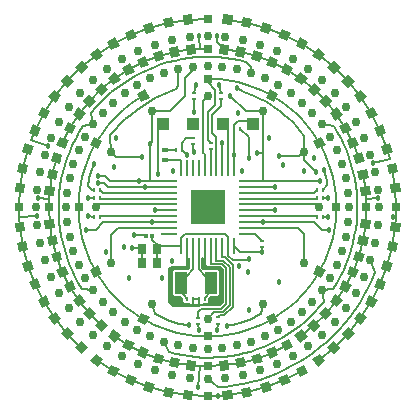
<source format=gbl>
G75*
G70*
%OFA0B0*%
%FSLAX24Y24*%
%IPPOS*%
%LPD*%
%AMOC8*
5,1,8,0,0,1.08239X$1,22.5*
%
%ADD10C,0.0300*%
%ADD11R,0.0315X0.0315*%
%ADD12R,0.0315X0.0315*%
%ADD13R,0.0430X0.0750*%
%ADD14R,0.0110X0.0169*%
%ADD15R,0.0169X0.0110*%
%ADD16R,0.0098X0.0138*%
%ADD17R,0.0138X0.0098*%
%ADD18R,0.0394X0.0394*%
%ADD19R,0.0197X0.0157*%
%ADD20R,0.0276X0.0354*%
%ADD21R,0.0118X0.0157*%
%ADD22R,0.0091X0.0551*%
%ADD23R,0.0551X0.0091*%
%ADD24R,0.1142X0.1142*%
%ADD25C,0.0240*%
%ADD26C,0.0060*%
%ADD27C,0.0180*%
D10*
X004489Y004689D03*
X004911Y004267D03*
X005375Y003891D03*
X005876Y003566D03*
X006408Y003295D03*
X006965Y003081D03*
X007542Y002926D03*
X008132Y002833D03*
X008728Y002802D03*
X009324Y002833D03*
X009914Y002926D03*
X010491Y003081D03*
X011049Y003295D03*
X011581Y003566D03*
X012081Y003891D03*
X012545Y004267D03*
X012968Y004689D03*
X013343Y005153D03*
X013669Y005654D03*
X013940Y006186D03*
X014154Y006744D03*
X014308Y007320D03*
X014402Y007910D03*
X014433Y008506D03*
X014402Y009103D03*
X014308Y009693D03*
X014154Y010269D03*
X013940Y010827D03*
X013669Y011359D03*
X013343Y011860D03*
X012968Y012324D03*
X012545Y012746D03*
X012081Y013122D03*
X011581Y013447D03*
X011049Y013718D03*
X010491Y013932D03*
X009914Y014086D03*
X009324Y014180D03*
X008728Y014211D03*
X008132Y014180D03*
X007542Y014086D03*
X006965Y013932D03*
X006408Y013718D03*
X005876Y013447D03*
X005375Y013122D03*
X004911Y012746D03*
X004489Y012324D03*
X004113Y011860D03*
X003788Y011359D03*
X003517Y010827D03*
X003303Y010269D03*
X003148Y009693D03*
X003055Y009103D03*
X003023Y008506D03*
X003055Y007910D03*
X003148Y007320D03*
X003303Y006744D03*
X003517Y006186D03*
X003788Y005654D03*
X004113Y005153D03*
X004922Y005741D03*
X004654Y006154D03*
X004430Y006593D03*
X004254Y007053D03*
X004126Y007528D03*
X004049Y008015D03*
X004023Y008506D03*
X004049Y008998D03*
X004126Y009485D03*
X004254Y009960D03*
X004430Y010420D03*
X004654Y010859D03*
X004922Y011272D03*
X005232Y011655D03*
X005580Y012003D03*
X005963Y012313D03*
X006376Y012581D03*
X006815Y012804D03*
X007274Y012981D03*
X007750Y013108D03*
X008236Y013185D03*
X008728Y013211D03*
X009220Y013185D03*
X009706Y013108D03*
X010182Y012981D03*
X010642Y012804D03*
X011081Y012581D03*
X011494Y012313D03*
X011876Y012003D03*
X012224Y011655D03*
X012534Y011272D03*
X012803Y010859D03*
X013026Y010420D03*
X013203Y009960D03*
X013330Y009485D03*
X013407Y008998D03*
X013433Y008506D03*
X013407Y008015D03*
X013330Y007528D03*
X013203Y007053D03*
X013026Y006593D03*
X012803Y006154D03*
X012534Y005741D03*
X012224Y005358D03*
X011876Y005010D03*
X011494Y004700D03*
X011081Y004432D03*
X010642Y004208D03*
X010182Y004032D03*
X009706Y003905D03*
X009220Y003827D03*
X008728Y003802D03*
X008236Y003827D03*
X007750Y003905D03*
X007274Y004032D03*
X006815Y004208D03*
X006376Y004432D03*
X005963Y004700D03*
X005580Y005010D03*
X005232Y005358D03*
X005520Y006654D03*
X006876Y005298D03*
X008728Y004802D03*
X010581Y005298D03*
X011937Y006654D03*
X012433Y008506D03*
X011937Y010359D03*
X010581Y011715D03*
X008728Y012211D03*
X006876Y011715D03*
X005520Y010359D03*
X005023Y008506D03*
D11*
X004433Y008506D03*
X003433Y008506D03*
X002433Y008506D03*
X008728Y004211D03*
X008728Y003211D03*
X008728Y002211D03*
X013023Y008506D03*
X014023Y008506D03*
X015023Y008506D03*
X008728Y012802D03*
X008728Y013802D03*
X008728Y014802D03*
D12*
G36*
X004039Y004073D02*
X003829Y004305D01*
X004061Y004515D01*
X004271Y004283D01*
X004039Y004073D01*
G37*
G36*
X004527Y003607D02*
X004295Y003817D01*
X004505Y004049D01*
X004737Y003839D01*
X004527Y003607D01*
G37*
G36*
X005062Y003194D02*
X004809Y003379D01*
X004994Y003632D01*
X005247Y003447D01*
X005062Y003194D01*
G37*
G36*
X005638Y002841D02*
X005367Y002998D01*
X005524Y003269D01*
X005795Y003112D01*
X005638Y002841D01*
G37*
G36*
X006247Y002548D02*
X005961Y002676D01*
X006089Y002962D01*
X006375Y002834D01*
X006247Y002548D01*
G37*
G36*
X006883Y002322D02*
X006586Y002419D01*
X006683Y002716D01*
X006980Y002619D01*
X006883Y002322D01*
G37*
G36*
X007539Y002163D02*
X007233Y002229D01*
X007299Y002535D01*
X007605Y002469D01*
X007539Y002163D01*
G37*
G36*
X008209Y002074D02*
X007898Y002107D01*
X007931Y002418D01*
X008242Y002385D01*
X008209Y002074D01*
G37*
G36*
X008314Y003068D02*
X008003Y003101D01*
X008036Y003412D01*
X008347Y003379D01*
X008314Y003068D01*
G37*
G36*
X007747Y003141D02*
X007441Y003207D01*
X007507Y003513D01*
X007813Y003447D01*
X007747Y003141D01*
G37*
G36*
X007192Y003273D02*
X006895Y003370D01*
X006992Y003667D01*
X007289Y003570D01*
X007192Y003273D01*
G37*
G36*
X006653Y003462D02*
X006367Y003590D01*
X006495Y003876D01*
X006781Y003748D01*
X006653Y003462D01*
G37*
G36*
X006138Y003707D02*
X005867Y003864D01*
X006024Y004135D01*
X006295Y003978D01*
X006138Y003707D01*
G37*
G36*
X005650Y004003D02*
X005397Y004188D01*
X005582Y004441D01*
X005835Y004256D01*
X005650Y004003D01*
G37*
G36*
X005196Y004350D02*
X004964Y004560D01*
X005174Y004792D01*
X005406Y004582D01*
X005196Y004350D01*
G37*
G36*
X004782Y004742D02*
X004572Y004974D01*
X004804Y005184D01*
X005014Y004952D01*
X004782Y004742D01*
G37*
G36*
X004410Y005175D02*
X004225Y005428D01*
X004478Y005613D01*
X004663Y005360D01*
X004410Y005175D01*
G37*
G36*
X004085Y005645D02*
X003928Y005916D01*
X004199Y006073D01*
X004356Y005802D01*
X004085Y005645D01*
G37*
G36*
X003812Y006146D02*
X003684Y006432D01*
X003970Y006560D01*
X004098Y006274D01*
X003812Y006146D01*
G37*
G36*
X003592Y006673D02*
X003495Y006970D01*
X003792Y007067D01*
X003889Y006770D01*
X003592Y006673D01*
G37*
G36*
X002898Y005739D02*
X002770Y006025D01*
X003056Y006153D01*
X003184Y005867D01*
X002898Y005739D01*
G37*
G36*
X003219Y005145D02*
X003062Y005416D01*
X003333Y005573D01*
X003490Y005302D01*
X003219Y005145D01*
G37*
G36*
X003601Y004587D02*
X003416Y004840D01*
X003669Y005025D01*
X003854Y004772D01*
X003601Y004587D01*
G37*
G36*
X004951Y006145D02*
X004794Y006416D01*
X005065Y006573D01*
X005222Y006302D01*
X004951Y006145D01*
G37*
G36*
X003429Y007219D02*
X003363Y007525D01*
X003669Y007591D01*
X003735Y007285D01*
X003429Y007219D01*
G37*
G36*
X003323Y007781D02*
X003290Y008092D01*
X003601Y008125D01*
X003634Y007814D01*
X003323Y007781D01*
G37*
G36*
X002328Y007676D02*
X002295Y007987D01*
X002606Y008020D01*
X002639Y007709D01*
X002328Y007676D01*
G37*
G36*
X002450Y007012D02*
X002384Y007318D01*
X002690Y007384D01*
X002756Y007078D01*
X002450Y007012D01*
G37*
G36*
X002641Y006364D02*
X002544Y006661D01*
X002841Y006758D01*
X002938Y006461D01*
X002641Y006364D01*
G37*
G36*
X003290Y008921D02*
X003323Y009232D01*
X003634Y009199D01*
X003601Y008888D01*
X003290Y008921D01*
G37*
G36*
X003363Y009487D02*
X003429Y009793D01*
X003735Y009727D01*
X003669Y009421D01*
X003363Y009487D01*
G37*
G36*
X003495Y010043D02*
X003592Y010340D01*
X003889Y010243D01*
X003792Y009946D01*
X003495Y010043D01*
G37*
G36*
X003684Y010581D02*
X003812Y010867D01*
X004098Y010739D01*
X003970Y010453D01*
X003684Y010581D01*
G37*
G36*
X003928Y011097D02*
X004085Y011368D01*
X004356Y011211D01*
X004199Y010940D01*
X003928Y011097D01*
G37*
G36*
X004225Y011585D02*
X004410Y011838D01*
X004663Y011653D01*
X004478Y011400D01*
X004225Y011585D01*
G37*
G36*
X004572Y012039D02*
X004782Y012271D01*
X005014Y012061D01*
X004804Y011829D01*
X004572Y012039D01*
G37*
G36*
X004964Y012453D02*
X005196Y012663D01*
X005406Y012431D01*
X005174Y012221D01*
X004964Y012453D01*
G37*
G36*
X005397Y012824D02*
X005650Y013009D01*
X005835Y012756D01*
X005582Y012571D01*
X005397Y012824D01*
G37*
G36*
X005867Y013149D02*
X006138Y013306D01*
X006295Y013035D01*
X006024Y012878D01*
X005867Y013149D01*
G37*
G36*
X006367Y013423D02*
X006653Y013551D01*
X006781Y013265D01*
X006495Y013137D01*
X006367Y013423D01*
G37*
G36*
X005367Y014015D02*
X005638Y014172D01*
X005795Y013901D01*
X005524Y013744D01*
X005367Y014015D01*
G37*
G36*
X004809Y013633D02*
X005062Y013818D01*
X005247Y013565D01*
X004994Y013380D01*
X004809Y013633D01*
G37*
G36*
X004295Y013196D02*
X004527Y013406D01*
X004737Y013174D01*
X004505Y012964D01*
X004295Y013196D01*
G37*
G36*
X003829Y012708D02*
X004039Y012940D01*
X004271Y012730D01*
X004061Y012498D01*
X003829Y012708D01*
G37*
G36*
X003416Y012173D02*
X003601Y012426D01*
X003854Y012241D01*
X003669Y011988D01*
X003416Y012173D01*
G37*
G36*
X003062Y011597D02*
X003219Y011868D01*
X003490Y011711D01*
X003333Y011440D01*
X003062Y011597D01*
G37*
G36*
X002770Y010988D02*
X002898Y011274D01*
X003184Y011146D01*
X003056Y010860D01*
X002770Y010988D01*
G37*
G36*
X002544Y010352D02*
X002641Y010649D01*
X002938Y010552D01*
X002841Y010255D01*
X002544Y010352D01*
G37*
G36*
X002384Y009695D02*
X002450Y010001D01*
X002756Y009935D01*
X002690Y009629D01*
X002384Y009695D01*
G37*
G36*
X002295Y009025D02*
X002328Y009336D01*
X002639Y009303D01*
X002606Y008992D01*
X002295Y009025D01*
G37*
G36*
X004794Y010597D02*
X004951Y010868D01*
X005222Y010711D01*
X005065Y010440D01*
X004794Y010597D01*
G37*
G36*
X006367Y012283D02*
X006638Y012440D01*
X006795Y012169D01*
X006524Y012012D01*
X006367Y012283D01*
G37*
G36*
X006895Y013643D02*
X007192Y013740D01*
X007289Y013443D01*
X006992Y013346D01*
X006895Y013643D01*
G37*
G36*
X005961Y014336D02*
X006247Y014464D01*
X006375Y014178D01*
X006089Y014050D01*
X005961Y014336D01*
G37*
G36*
X006586Y014594D02*
X006883Y014691D01*
X006980Y014394D01*
X006683Y014297D01*
X006586Y014594D01*
G37*
G36*
X007233Y014784D02*
X007539Y014850D01*
X007605Y014544D01*
X007299Y014478D01*
X007233Y014784D01*
G37*
G36*
X007898Y014906D02*
X008209Y014939D01*
X008242Y014628D01*
X007931Y014595D01*
X007898Y014906D01*
G37*
G36*
X008003Y013912D02*
X008314Y013945D01*
X008347Y013634D01*
X008036Y013601D01*
X008003Y013912D01*
G37*
G36*
X007441Y013806D02*
X007747Y013872D01*
X007813Y013566D01*
X007507Y013500D01*
X007441Y013806D01*
G37*
G36*
X009143Y013945D02*
X009454Y013912D01*
X009421Y013601D01*
X009110Y013634D01*
X009143Y013945D01*
G37*
G36*
X009709Y013872D02*
X010015Y013806D01*
X009949Y013500D01*
X009643Y013566D01*
X009709Y013872D01*
G37*
G36*
X010264Y013740D02*
X010561Y013643D01*
X010464Y013346D01*
X010167Y013443D01*
X010264Y013740D01*
G37*
G36*
X010803Y013551D02*
X011089Y013423D01*
X010961Y013137D01*
X010675Y013265D01*
X010803Y013551D01*
G37*
G36*
X011319Y013306D02*
X011590Y013149D01*
X011433Y012878D01*
X011162Y013035D01*
X011319Y013306D01*
G37*
G36*
X011807Y013009D02*
X012060Y012824D01*
X011875Y012571D01*
X011622Y012756D01*
X011807Y013009D01*
G37*
G36*
X012260Y012663D02*
X012492Y012453D01*
X012282Y012221D01*
X012050Y012431D01*
X012260Y012663D01*
G37*
G36*
X012674Y012271D02*
X012884Y012039D01*
X012652Y011829D01*
X012442Y012061D01*
X012674Y012271D01*
G37*
G36*
X013046Y011838D02*
X013231Y011585D01*
X012978Y011400D01*
X012793Y011653D01*
X013046Y011838D01*
G37*
G36*
X013371Y011368D02*
X013528Y011097D01*
X013257Y010940D01*
X013100Y011211D01*
X013371Y011368D01*
G37*
G36*
X013645Y010867D02*
X013773Y010581D01*
X013487Y010453D01*
X013359Y010739D01*
X013645Y010867D01*
G37*
G36*
X013864Y010340D02*
X013961Y010043D01*
X013664Y009946D01*
X013567Y010243D01*
X013864Y010340D01*
G37*
G36*
X014558Y011274D02*
X014686Y010988D01*
X014400Y010860D01*
X014272Y011146D01*
X014558Y011274D01*
G37*
G36*
X014237Y011868D02*
X014394Y011597D01*
X014123Y011440D01*
X013966Y011711D01*
X014237Y011868D01*
G37*
G36*
X013855Y012426D02*
X014040Y012173D01*
X013787Y011988D01*
X013602Y012241D01*
X013855Y012426D01*
G37*
G36*
X013417Y012940D02*
X013627Y012708D01*
X013395Y012498D01*
X013185Y012730D01*
X013417Y012940D01*
G37*
G36*
X012930Y013406D02*
X013162Y013196D01*
X012952Y012964D01*
X012720Y013174D01*
X012930Y013406D01*
G37*
G36*
X012394Y013818D02*
X012647Y013633D01*
X012462Y013380D01*
X012209Y013565D01*
X012394Y013818D01*
G37*
G36*
X011819Y014172D02*
X012090Y014015D01*
X011933Y013744D01*
X011662Y013901D01*
X011819Y014172D01*
G37*
G36*
X011210Y014464D02*
X011496Y014336D01*
X011368Y014050D01*
X011082Y014178D01*
X011210Y014464D01*
G37*
G36*
X010574Y014691D02*
X010871Y014594D01*
X010774Y014297D01*
X010477Y014394D01*
X010574Y014691D01*
G37*
G36*
X009917Y014850D02*
X010223Y014784D01*
X010157Y014478D01*
X009851Y014544D01*
X009917Y014850D01*
G37*
G36*
X009247Y014939D02*
X009558Y014906D01*
X009525Y014595D01*
X009214Y014628D01*
X009247Y014939D01*
G37*
G36*
X010819Y012440D02*
X011090Y012283D01*
X010933Y012012D01*
X010662Y012169D01*
X010819Y012440D01*
G37*
G36*
X012505Y010868D02*
X012662Y010597D01*
X012391Y010440D01*
X012234Y010711D01*
X012505Y010868D01*
G37*
G36*
X014028Y009793D02*
X014094Y009487D01*
X013788Y009421D01*
X013722Y009727D01*
X014028Y009793D01*
G37*
G36*
X014815Y010649D02*
X014912Y010352D01*
X014615Y010255D01*
X014518Y010552D01*
X014815Y010649D01*
G37*
G36*
X015006Y010001D02*
X015072Y009695D01*
X014766Y009629D01*
X014700Y009935D01*
X015006Y010001D01*
G37*
G36*
X015128Y009336D02*
X015161Y009025D01*
X014850Y008992D01*
X014817Y009303D01*
X015128Y009336D01*
G37*
G36*
X014133Y009232D02*
X014166Y008921D01*
X013855Y008888D01*
X013822Y009199D01*
X014133Y009232D01*
G37*
G36*
X014166Y008092D02*
X014133Y007781D01*
X013822Y007814D01*
X013855Y008125D01*
X014166Y008092D01*
G37*
G36*
X014094Y007525D02*
X014028Y007219D01*
X013722Y007285D01*
X013788Y007591D01*
X014094Y007525D01*
G37*
G36*
X013961Y006970D02*
X013864Y006673D01*
X013567Y006770D01*
X013664Y007067D01*
X013961Y006970D01*
G37*
G36*
X013773Y006432D02*
X013645Y006146D01*
X013359Y006274D01*
X013487Y006560D01*
X013773Y006432D01*
G37*
G36*
X013528Y005916D02*
X013371Y005645D01*
X013100Y005802D01*
X013257Y006073D01*
X013528Y005916D01*
G37*
G36*
X013231Y005428D02*
X013046Y005175D01*
X012793Y005360D01*
X012978Y005613D01*
X013231Y005428D01*
G37*
G36*
X012884Y004974D02*
X012674Y004742D01*
X012442Y004952D01*
X012652Y005184D01*
X012884Y004974D01*
G37*
G36*
X012492Y004560D02*
X012260Y004350D01*
X012050Y004582D01*
X012282Y004792D01*
X012492Y004560D01*
G37*
G36*
X012060Y004188D02*
X011807Y004003D01*
X011622Y004256D01*
X011875Y004441D01*
X012060Y004188D01*
G37*
G36*
X011590Y003864D02*
X011319Y003707D01*
X011162Y003978D01*
X011433Y004135D01*
X011590Y003864D01*
G37*
G36*
X011089Y003590D02*
X010803Y003462D01*
X010675Y003748D01*
X010961Y003876D01*
X011089Y003590D01*
G37*
G36*
X010561Y003370D02*
X010264Y003273D01*
X010167Y003570D01*
X010464Y003667D01*
X010561Y003370D01*
G37*
G36*
X010015Y003207D02*
X009709Y003141D01*
X009643Y003447D01*
X009949Y003513D01*
X010015Y003207D01*
G37*
G36*
X010871Y002419D02*
X010574Y002322D01*
X010477Y002619D01*
X010774Y002716D01*
X010871Y002419D01*
G37*
G36*
X011496Y002676D02*
X011210Y002548D01*
X011082Y002834D01*
X011368Y002962D01*
X011496Y002676D01*
G37*
G36*
X012090Y002998D02*
X011819Y002841D01*
X011662Y003112D01*
X011933Y003269D01*
X012090Y002998D01*
G37*
G36*
X012647Y003379D02*
X012394Y003194D01*
X012209Y003447D01*
X012462Y003632D01*
X012647Y003379D01*
G37*
G36*
X013162Y003817D02*
X012930Y003607D01*
X012720Y003839D01*
X012952Y004049D01*
X013162Y003817D01*
G37*
G36*
X013627Y004305D02*
X013417Y004073D01*
X013185Y004283D01*
X013395Y004515D01*
X013627Y004305D01*
G37*
G36*
X014040Y004840D02*
X013855Y004587D01*
X013602Y004772D01*
X013787Y005025D01*
X014040Y004840D01*
G37*
G36*
X014394Y005416D02*
X014237Y005145D01*
X013966Y005302D01*
X014123Y005573D01*
X014394Y005416D01*
G37*
G36*
X014686Y006025D02*
X014558Y005739D01*
X014272Y005867D01*
X014400Y006153D01*
X014686Y006025D01*
G37*
G36*
X014912Y006661D02*
X014815Y006364D01*
X014518Y006461D01*
X014615Y006758D01*
X014912Y006661D01*
G37*
G36*
X015072Y007318D02*
X015006Y007012D01*
X014700Y007078D01*
X014766Y007384D01*
X015072Y007318D01*
G37*
G36*
X015161Y007987D02*
X015128Y007676D01*
X014817Y007709D01*
X014850Y008020D01*
X015161Y007987D01*
G37*
G36*
X012662Y006416D02*
X012505Y006145D01*
X012234Y006302D01*
X012391Y006573D01*
X012662Y006416D01*
G37*
G36*
X011090Y004730D02*
X010819Y004573D01*
X010662Y004844D01*
X010933Y005001D01*
X011090Y004730D01*
G37*
G36*
X009454Y003101D02*
X009143Y003068D01*
X009110Y003379D01*
X009421Y003412D01*
X009454Y003101D01*
G37*
G36*
X010223Y002229D02*
X009917Y002163D01*
X009851Y002469D01*
X010157Y002535D01*
X010223Y002229D01*
G37*
G36*
X009558Y002107D02*
X009247Y002074D01*
X009214Y002385D01*
X009525Y002418D01*
X009558Y002107D01*
G37*
G36*
X006638Y004573D02*
X006367Y004730D01*
X006524Y005001D01*
X006795Y004844D01*
X006638Y004573D01*
G37*
D13*
X007848Y005986D03*
X008828Y005986D03*
D14*
X012358Y008186D03*
X012559Y008186D03*
X012559Y008826D03*
X012358Y008826D03*
X012358Y009086D03*
X012559Y009086D03*
X009819Y011136D03*
X009618Y011136D03*
X007869Y010406D03*
X007668Y010406D03*
X005139Y009086D03*
X004938Y009086D03*
X004938Y008826D03*
X005139Y008826D03*
X005139Y008186D03*
X004938Y008186D03*
D15*
X008398Y004827D03*
X008398Y004626D03*
X009058Y004636D03*
X009058Y004837D03*
X008828Y010456D03*
X008828Y010657D03*
X009178Y012126D03*
X009178Y012327D03*
X008288Y012327D03*
X008288Y012126D03*
D16*
X008227Y005456D03*
X008030Y005456D03*
X008450Y005456D03*
X008647Y005456D03*
D17*
X010528Y007198D03*
X010528Y007395D03*
X008248Y010608D03*
X008248Y010805D03*
D18*
X008228Y011296D03*
X007228Y011296D03*
X009228Y011296D03*
X010228Y011296D03*
D19*
X007318Y010404D03*
X007318Y010089D03*
D20*
X007044Y007136D03*
X007044Y006646D03*
X006532Y006646D03*
X006532Y007136D03*
D21*
X006690Y007566D03*
X006887Y007566D03*
D22*
X007842Y007207D03*
X008039Y007207D03*
X008236Y007207D03*
X008433Y007207D03*
X008630Y007207D03*
X008827Y007207D03*
X009023Y007207D03*
X009220Y007207D03*
X009417Y007207D03*
X009614Y007207D03*
X009614Y009806D03*
X009417Y009806D03*
X009220Y009806D03*
X009023Y009806D03*
X008827Y009806D03*
X008630Y009806D03*
X008433Y009806D03*
X008236Y009806D03*
X008039Y009806D03*
X007842Y009806D03*
D23*
X007429Y009392D03*
X007429Y009195D03*
X007429Y008999D03*
X007429Y008802D03*
X007429Y008605D03*
X007429Y008408D03*
X007429Y008211D03*
X007429Y008014D03*
X007429Y007817D03*
X007429Y007621D03*
X010027Y007621D03*
X010027Y007817D03*
X010027Y008014D03*
X010027Y008211D03*
X010027Y008408D03*
X010027Y008605D03*
X010027Y008802D03*
X010027Y008999D03*
X010027Y009195D03*
X010027Y009392D03*
D24*
X008728Y008506D03*
D25*
X008728Y008506D03*
X008334Y008506D03*
X008334Y008900D03*
X008728Y008900D03*
X009122Y008900D03*
X009122Y008506D03*
X009122Y008113D03*
X008728Y008113D03*
X008334Y008113D03*
D26*
X007449Y003687D02*
X007671Y003629D01*
X007896Y003581D01*
X008123Y003544D01*
X008352Y003518D01*
X008581Y003503D01*
X008811Y003499D01*
X009041Y003506D01*
X009270Y003524D01*
X009499Y003552D01*
X009725Y003592D01*
X009950Y003642D01*
X010171Y003703D01*
X010390Y003774D01*
X010605Y003856D01*
X010816Y003948D01*
X011022Y004049D01*
X011223Y004161D01*
X011419Y004282D01*
X011609Y004412D01*
X011792Y004551D01*
X011969Y004698D01*
X012138Y004854D01*
X012300Y005017D01*
X012453Y005189D01*
X012599Y005367D01*
X012598Y005366D02*
X012534Y005741D01*
X012918Y005786D01*
X013314Y005859D02*
X013012Y005394D01*
X012663Y004963D01*
X012271Y004571D01*
X011841Y004223D01*
X011376Y003921D02*
X010882Y003669D01*
X010364Y003470D01*
X009829Y003327D01*
X009282Y003240D01*
X008728Y003211D01*
X008458Y003225D01*
X008418Y002506D01*
X008728Y002211D02*
X008070Y002246D01*
X007419Y002349D01*
X006783Y002519D01*
X006168Y002755D01*
X005581Y003055D01*
X005028Y003414D01*
X004516Y003828D02*
X004050Y004294D01*
X003635Y004806D01*
X003276Y005359D01*
X002977Y005946D01*
X002741Y006561D01*
X002570Y007198D01*
X002467Y007848D01*
X002448Y008176D01*
X003028Y008206D01*
X003462Y007953D02*
X003433Y008506D01*
X003448Y008786D01*
X003058Y008806D01*
X003448Y008786D02*
X003462Y009060D01*
X003549Y009607D01*
X003692Y010143D01*
X003408Y010546D02*
X002828Y010766D01*
X002977Y011067D01*
X003276Y011654D01*
X003635Y012207D01*
X004050Y012719D01*
X004516Y013185D01*
X005028Y013599D01*
X005581Y013958D01*
X006168Y014257D01*
X006783Y014494D01*
X007419Y014664D01*
X008070Y014767D01*
X008728Y014802D01*
X008428Y014216D02*
X008459Y013788D01*
X008728Y013802D01*
X008459Y013788D02*
X008175Y013773D01*
X007627Y013686D01*
X007092Y013543D01*
X006574Y013344D01*
X006081Y013092D01*
X005616Y012790D01*
X005185Y012442D01*
X004793Y012050D01*
X004444Y011619D01*
X004142Y011154D01*
X003891Y010660D01*
X004568Y011206D02*
X004922Y011272D01*
X004848Y011666D01*
X005480Y010908D02*
X005520Y010359D01*
X005682Y010196D01*
X006548Y010196D01*
X006798Y010616D02*
X006876Y010694D01*
X006876Y011715D01*
X007477Y011715D01*
X007988Y012226D01*
X007988Y012826D01*
X008236Y013075D01*
X008236Y013185D01*
X007750Y013108D02*
X007750Y013008D01*
X007750Y013108D02*
X007750Y012538D01*
X007658Y012446D01*
X008288Y012327D02*
X008348Y012576D01*
X008728Y012692D02*
X008728Y012802D01*
X008728Y012692D02*
X008988Y012432D01*
X008988Y011936D01*
X008828Y011786D01*
X008738Y011696D01*
X008738Y010747D01*
X008828Y010657D01*
X008828Y010456D02*
X008828Y009807D01*
X009023Y009806D02*
X009023Y010841D01*
X008888Y010976D01*
X008888Y011596D01*
X009178Y011886D01*
X009178Y012126D01*
X009178Y012327D02*
X009118Y012586D01*
X009478Y012236D02*
X010000Y011715D01*
X010581Y011715D01*
X010581Y010316D01*
X010358Y010316D01*
X010581Y010316D02*
X010581Y009391D01*
X010027Y009391D01*
X010027Y009392D01*
X010027Y009196D02*
X010027Y009195D01*
X010027Y009196D02*
X010968Y009196D01*
X010608Y009391D02*
X010581Y009391D01*
X010608Y009391D02*
X012458Y009386D01*
X012718Y009266D02*
X012718Y009246D01*
X012559Y009086D01*
X012358Y009086D02*
X012270Y008999D01*
X010027Y008999D01*
X012599Y009756D02*
X012637Y009636D01*
X012670Y009514D01*
X012697Y009391D01*
X012719Y009266D01*
X012728Y008826D02*
X012559Y008826D01*
X012358Y008826D02*
X012333Y008802D01*
X010027Y008802D01*
X010027Y008605D02*
X012334Y008605D01*
X012433Y008506D01*
X012333Y008211D02*
X012358Y008186D01*
X012333Y008211D02*
X010027Y008211D01*
X010040Y008026D02*
X010027Y008014D01*
X010040Y008026D02*
X010578Y008026D01*
X012268Y008026D01*
X012528Y007766D01*
X012758Y007766D01*
X012728Y008186D02*
X012559Y008186D01*
X011937Y007618D02*
X011738Y007816D01*
X010028Y007816D01*
X010027Y007621D02*
X010302Y007621D01*
X010528Y007395D01*
X010528Y007198D02*
X010528Y007006D01*
X009815Y007006D01*
X009614Y007207D01*
X009418Y007208D02*
X009417Y007207D01*
X009417Y006897D01*
X009568Y006746D01*
X010058Y006746D01*
X010098Y006786D01*
X009568Y006576D02*
X009568Y005196D01*
X009278Y004906D01*
X009128Y004906D01*
X009058Y004837D01*
X009058Y004636D02*
X009028Y004436D01*
X008728Y004802D02*
X008943Y005016D01*
X009228Y005016D01*
X009458Y005246D01*
X009458Y006526D01*
X009248Y006736D01*
X009023Y006736D01*
X009023Y007207D01*
X008827Y007207D02*
X008827Y006626D01*
X008828Y006626D01*
X009198Y006626D01*
X009348Y006476D01*
X009348Y005296D01*
X009178Y005126D01*
X008508Y005126D01*
X008398Y005016D01*
X008398Y004827D01*
X008398Y004626D02*
X008428Y004436D01*
X008238Y003829D02*
X008236Y003828D01*
X008175Y003240D02*
X007627Y003327D01*
X007092Y003470D01*
X006574Y003669D01*
X006081Y003921D01*
X005616Y004223D01*
X005185Y004571D02*
X004793Y004963D01*
X004444Y005394D01*
X004142Y005859D01*
X003891Y006353D01*
X003692Y006870D01*
X003549Y007406D01*
X003462Y007953D01*
X002448Y008176D02*
X002433Y008506D01*
X002467Y009164D01*
X002570Y009815D01*
X002741Y010452D01*
X004738Y009206D02*
X004858Y009086D01*
X004938Y009086D01*
X005139Y009086D02*
X005226Y008999D01*
X007429Y008999D01*
X007428Y009196D02*
X006648Y009196D01*
X006588Y009196D01*
X006648Y009196D02*
X005418Y009196D01*
X005288Y009326D01*
X005068Y009326D01*
X005068Y009566D02*
X005298Y009566D01*
X005468Y009396D01*
X006428Y009396D01*
X006788Y009396D01*
X006798Y009406D01*
X006798Y010616D01*
X007318Y010404D02*
X007665Y010404D01*
X007668Y010406D01*
X007868Y010407D02*
X007869Y010406D01*
X007898Y010406D01*
X007898Y010396D01*
X008038Y010256D01*
X007868Y010407D02*
X007868Y010656D01*
X008017Y010805D01*
X008248Y010805D01*
X008248Y010608D02*
X008248Y010396D01*
X008288Y010356D01*
X008578Y010336D02*
X008630Y010285D01*
X008630Y009806D01*
X008578Y010336D02*
X008578Y012061D01*
X008728Y012211D01*
X008288Y012126D02*
X008288Y011686D01*
X009228Y011296D02*
X009418Y011106D01*
X009418Y009807D01*
X009220Y009806D02*
X009220Y010649D01*
X009608Y010256D02*
X009608Y011127D01*
X009618Y011136D01*
X009618Y011266D01*
X009738Y011386D01*
X010138Y011386D01*
X010228Y011296D01*
X009819Y011136D02*
X010098Y010857D01*
X010098Y010146D01*
X009618Y010046D02*
X009618Y009810D01*
X009618Y010046D02*
X009608Y010056D01*
X009608Y010256D01*
X011108Y010206D02*
X011784Y010206D01*
X011937Y010359D01*
X011937Y010088D01*
X012338Y009686D01*
X011937Y010359D02*
X011937Y010895D01*
X011938Y010896D01*
X012534Y011272D02*
X012928Y011226D01*
X013314Y011154D02*
X013012Y011619D01*
X012663Y012050D01*
X012271Y012442D01*
X011841Y012790D01*
X011376Y013092D01*
X010882Y013344D01*
X010364Y013543D01*
X009829Y013686D01*
X009282Y013773D01*
X009028Y014026D01*
X009028Y014206D01*
X009386Y014767D02*
X010037Y014664D01*
X010674Y014494D01*
X011289Y014257D01*
X011876Y013958D01*
X012428Y013599D01*
X012941Y013185D01*
X013406Y012719D01*
X013821Y012207D01*
X014180Y011654D01*
X014479Y011067D01*
X014715Y010452D01*
X014798Y010136D01*
X014248Y009986D01*
X013764Y010143D02*
X013566Y010660D01*
X013314Y011154D01*
X014886Y009815D02*
X014989Y009164D01*
X015023Y008506D01*
X015006Y008176D01*
X014898Y008186D01*
X015006Y008176D02*
X014989Y007848D01*
X014886Y007198D01*
X014715Y006561D01*
X014479Y005946D01*
X014180Y005359D01*
X013821Y004806D01*
X013406Y004294D01*
X012941Y003828D01*
X012428Y003414D01*
X011876Y003055D02*
X011289Y002755D01*
X010674Y002519D01*
X010037Y002349D01*
X009386Y002246D01*
X009059Y002229D01*
X009058Y002226D01*
X009059Y002229D02*
X008728Y002211D01*
X009058Y002506D02*
X008728Y002802D01*
X008458Y003225D02*
X008175Y003240D01*
X007448Y003686D02*
X007274Y004032D01*
X006978Y004966D02*
X006876Y005298D01*
X007428Y005356D02*
X007428Y006466D01*
X007518Y006506D01*
X007998Y006506D01*
X008038Y006596D01*
X008038Y006802D01*
X008039Y006802D01*
X008039Y007206D01*
X008039Y007205D01*
X008039Y006802D01*
X008102Y006802D01*
X008116Y006806D01*
X008116Y006488D01*
X008085Y006451D01*
X007596Y006451D01*
X007543Y006399D01*
X007543Y005574D01*
X007596Y005521D01*
X007832Y005521D01*
X007891Y005443D01*
X007891Y005350D01*
X007943Y005298D01*
X008084Y005298D01*
X008098Y005284D01*
X008127Y005266D01*
X008160Y005258D01*
X008226Y005258D01*
X008226Y005456D01*
X008227Y005456D01*
X008227Y005258D01*
X008293Y005258D01*
X008326Y005266D01*
X008338Y005273D01*
X008350Y005266D01*
X008383Y005258D01*
X008450Y005258D01*
X008516Y005258D01*
X008549Y005266D01*
X008579Y005284D01*
X008593Y005298D01*
X008733Y005298D01*
X008786Y005350D01*
X008786Y005457D01*
X008824Y005521D01*
X009080Y005521D01*
X009133Y005574D01*
X009133Y006399D01*
X009228Y006399D01*
X009228Y006427D02*
X009228Y005346D01*
X009128Y005246D01*
X008558Y005246D01*
X008458Y005246D01*
X008449Y005236D01*
X007568Y005236D01*
X007428Y005356D01*
X007441Y005345D02*
X007896Y005345D01*
X007891Y005404D02*
X007428Y005404D01*
X007428Y005462D02*
X007876Y005462D01*
X007833Y005521D02*
X007428Y005521D01*
X007428Y005579D02*
X007543Y005579D01*
X007543Y005638D02*
X007428Y005638D01*
X007428Y005696D02*
X007543Y005696D01*
X007543Y005755D02*
X007428Y005755D01*
X007428Y005813D02*
X007543Y005813D01*
X007543Y005872D02*
X007428Y005872D01*
X007428Y005931D02*
X007543Y005931D01*
X007543Y005989D02*
X007428Y005989D01*
X007428Y006048D02*
X007543Y006048D01*
X007543Y006106D02*
X007428Y006106D01*
X007428Y006165D02*
X007543Y006165D01*
X007543Y006223D02*
X007428Y006223D01*
X007428Y006282D02*
X007543Y006282D01*
X007543Y006340D02*
X007428Y006340D01*
X007428Y006399D02*
X007543Y006399D01*
X007428Y006457D02*
X008090Y006457D01*
X008116Y006516D02*
X008002Y006516D01*
X008028Y006575D02*
X008116Y006575D01*
X008116Y006633D02*
X008038Y006633D01*
X008038Y006692D02*
X008116Y006692D01*
X008116Y006750D02*
X008038Y006750D01*
X008039Y006809D02*
X008039Y006809D01*
X008039Y006867D02*
X008039Y006867D01*
X008039Y006926D02*
X008039Y006926D01*
X008039Y006984D02*
X008039Y006984D01*
X008039Y007043D02*
X008039Y007043D01*
X008039Y007101D02*
X008039Y007101D01*
X008039Y007160D02*
X008039Y007160D01*
X007842Y007207D02*
X007842Y007501D01*
X007978Y007636D01*
X009298Y007636D01*
X009418Y007516D01*
X009418Y007208D01*
X009220Y007207D02*
X009220Y006846D01*
X009308Y006846D01*
X009568Y006576D01*
X009228Y006427D02*
X009149Y006506D01*
X008678Y006506D01*
X008628Y006606D01*
X008628Y006802D01*
X008567Y006802D01*
X008553Y006806D01*
X008553Y006496D01*
X008591Y006451D01*
X009080Y006451D01*
X009133Y006399D01*
X009133Y006340D02*
X009228Y006340D01*
X009228Y006282D02*
X009133Y006282D01*
X009133Y006223D02*
X009228Y006223D01*
X009228Y006165D02*
X009133Y006165D01*
X009133Y006106D02*
X009228Y006106D01*
X009228Y006048D02*
X009133Y006048D01*
X009133Y005989D02*
X009228Y005989D01*
X009228Y005931D02*
X009133Y005931D01*
X009133Y005872D02*
X009228Y005872D01*
X009228Y005813D02*
X009133Y005813D01*
X009133Y005755D02*
X009228Y005755D01*
X009228Y005696D02*
X009133Y005696D01*
X009133Y005638D02*
X009228Y005638D01*
X009228Y005579D02*
X009133Y005579D01*
X009228Y005521D02*
X008823Y005521D01*
X008789Y005462D02*
X009228Y005462D01*
X009228Y005404D02*
X008786Y005404D01*
X008781Y005345D02*
X009227Y005345D01*
X009169Y005287D02*
X008582Y005287D01*
X008450Y005287D02*
X008450Y005287D01*
X008450Y005258D02*
X008450Y005456D01*
X008450Y005456D01*
X008450Y005258D01*
X008450Y005345D02*
X008450Y005345D01*
X008450Y005404D02*
X008450Y005404D01*
X008449Y005456D02*
X008406Y005456D01*
X008227Y005456D01*
X008227Y005457D01*
X008406Y005457D01*
X008449Y005457D01*
X008449Y005456D01*
X008450Y005456D02*
X008227Y005456D01*
X008226Y005404D02*
X008227Y005404D01*
X008226Y005345D02*
X008227Y005345D01*
X008226Y005287D02*
X008227Y005287D01*
X008095Y005287D02*
X007510Y005287D01*
X007828Y005728D02*
X007848Y005986D01*
X008236Y006444D01*
X008236Y007207D01*
X008433Y007207D02*
X008433Y006452D01*
X008828Y005986D01*
X008808Y005733D01*
X008647Y005456D01*
X008030Y005456D02*
X007828Y005728D01*
X008585Y006457D02*
X009197Y006457D01*
X008828Y006626D02*
X008827Y006628D01*
X008673Y006516D02*
X008553Y006516D01*
X008553Y006575D02*
X008644Y006575D01*
X008628Y006633D02*
X008553Y006633D01*
X008553Y006692D02*
X008628Y006692D01*
X008628Y006696D02*
X008630Y006698D01*
X008630Y007207D01*
X008628Y006750D02*
X008553Y006750D01*
X008098Y004586D02*
X007990Y004596D01*
X007882Y004610D01*
X007775Y004630D01*
X007669Y004655D01*
X007565Y004685D01*
X007462Y004720D01*
X007360Y004760D01*
X007261Y004805D01*
X007164Y004854D01*
X007070Y004908D01*
X006978Y004966D01*
X007044Y006646D02*
X007044Y007136D01*
X007115Y007207D01*
X007842Y007207D01*
X007428Y007816D02*
X005738Y007816D01*
X005520Y007598D01*
X005520Y006654D01*
X006208Y007146D02*
X006522Y007146D01*
X006532Y007136D01*
X006532Y006646D01*
X007115Y007207D02*
X006887Y007436D01*
X006887Y007566D01*
X006690Y007566D02*
X006680Y007576D01*
X006278Y007576D01*
X006888Y008006D02*
X007421Y008006D01*
X007429Y008211D02*
X005163Y008211D01*
X005139Y008186D01*
X004938Y008186D02*
X004728Y008206D01*
X005023Y008506D02*
X005122Y008605D01*
X007429Y008605D01*
X007429Y008802D02*
X005173Y008802D01*
X005139Y008826D01*
X004938Y008826D02*
X004728Y008806D01*
X005238Y008006D02*
X006888Y008006D01*
X006958Y008406D02*
X006960Y008408D01*
X007429Y008408D01*
X004738Y009206D02*
X004749Y009303D01*
X004763Y009399D01*
X004782Y009495D01*
X004805Y009590D01*
X004833Y009684D01*
X004864Y009776D01*
X004899Y009867D01*
X004938Y009956D01*
X006788Y009396D02*
X007075Y009396D01*
X007078Y009393D01*
X007428Y009393D01*
X007429Y009392D01*
X007078Y009393D02*
X006878Y009393D01*
X006876Y009393D01*
X007078Y009636D02*
X007078Y011146D01*
X007228Y011296D01*
X007318Y010089D02*
X007842Y010089D01*
X007842Y009806D01*
X014319Y006357D02*
X014208Y006092D01*
X014085Y005833D01*
X013951Y005580D01*
X013804Y005334D01*
X013646Y005095D01*
X013476Y004863D01*
X013296Y004640D01*
X013106Y004426D01*
X012906Y004221D01*
X012696Y004025D01*
X012477Y003840D01*
X012250Y003665D01*
X012014Y003501D01*
X011772Y003349D01*
X011522Y003208D01*
X011266Y003079D01*
X011004Y002962D01*
X010737Y002858D01*
X010465Y002767D01*
X010189Y002688D01*
X009910Y002623D01*
X009628Y002571D01*
X009344Y002532D01*
X009059Y002507D01*
X010508Y004966D02*
X010581Y005298D01*
X011937Y006654D02*
X011937Y007618D01*
X010978Y008406D02*
X010770Y008406D01*
X010768Y008408D01*
X010027Y008408D01*
X010768Y008408D02*
X010977Y008408D01*
X010978Y008406D01*
X007658Y012447D02*
X007429Y012357D01*
X007206Y012257D01*
X006987Y012146D01*
X006774Y012024D01*
X006567Y011893D01*
X006366Y011751D01*
X006173Y011600D01*
X005987Y011440D01*
X005810Y011271D01*
X005640Y011094D01*
X005480Y010908D01*
X005238Y008006D02*
X004998Y007766D01*
X004688Y007766D01*
X004548Y005786D02*
X004922Y005741D01*
X012918Y005786D02*
X013042Y005991D01*
X013157Y006201D01*
X013261Y006416D01*
X013355Y006636D01*
X013438Y006861D01*
X013511Y007089D01*
X013573Y007320D01*
X013624Y007553D01*
X013664Y007789D01*
X013693Y008027D01*
X013710Y008266D01*
X013716Y008505D01*
X013711Y008744D01*
X013694Y008983D01*
X013666Y009220D01*
X013628Y009456D01*
X013577Y009690D01*
X013516Y009922D01*
X013444Y010150D01*
X013362Y010374D01*
X013269Y010595D01*
X013165Y010810D01*
X013052Y011021D01*
X012928Y011226D01*
X013908Y009607D02*
X013994Y009060D01*
X014009Y008776D01*
X014418Y008806D01*
X014009Y008776D02*
X014023Y008506D01*
X013994Y007953D01*
X013908Y007406D01*
X013764Y006870D01*
X013566Y006353D01*
X013314Y005859D01*
X014318Y006356D02*
X014154Y006744D01*
X010508Y004966D02*
X010414Y004906D01*
X010317Y004849D01*
X010218Y004798D01*
X010116Y004751D01*
X010012Y004710D01*
X009907Y004673D01*
X009799Y004641D01*
X009690Y004615D01*
X009581Y004593D01*
X009470Y004577D01*
X009358Y004566D01*
X004847Y011667D02*
X005003Y011849D01*
X005168Y012023D01*
X005340Y012189D01*
X005520Y012346D01*
X005707Y012496D01*
X005902Y012636D01*
X006102Y012766D01*
X006309Y012887D01*
X006521Y012999D01*
X006738Y013100D01*
X006959Y013190D01*
X007185Y013271D01*
X007414Y013340D01*
X007646Y013398D01*
X007881Y013446D01*
X008117Y013482D01*
X008355Y013507D01*
X008594Y013521D01*
X008834Y013524D01*
X009073Y013515D01*
X009312Y013495D01*
X009549Y013463D01*
X009785Y013421D01*
X010018Y013367D01*
X010018Y013366D02*
X010182Y013203D01*
X010182Y012981D01*
X009708Y012496D02*
X009928Y012346D01*
X011078Y012578D02*
X011081Y012581D01*
X009928Y012346D02*
X010111Y012282D01*
X010291Y012210D01*
X010467Y012129D01*
X010639Y012039D01*
X010806Y011941D01*
X010969Y011836D01*
X011126Y011722D01*
X011277Y011602D01*
X011423Y011474D01*
X011562Y011339D01*
X011695Y011197D01*
X011820Y011050D01*
X011938Y010896D01*
X004568Y011207D02*
X004442Y011004D01*
X004327Y010795D01*
X004222Y010580D01*
X004127Y010361D01*
X004042Y010138D01*
X003969Y009911D01*
X003906Y009681D01*
X003854Y009448D01*
X003814Y009213D01*
X003785Y008976D01*
X003767Y008738D01*
X003760Y008499D01*
X003765Y008261D01*
X003781Y008023D01*
X003809Y007786D01*
X003847Y007550D01*
X003897Y007317D01*
X003958Y007086D01*
X004030Y006859D01*
X004113Y006635D01*
X004206Y006415D01*
X004310Y006200D01*
X004424Y005990D01*
X004548Y005786D01*
X010876Y012226D02*
X011051Y012120D01*
X011220Y012005D01*
X011384Y011883D01*
X011541Y011753D01*
X011693Y011615D01*
X011837Y011471D01*
X011975Y011319D01*
X012105Y011162D01*
X012227Y010998D01*
X012342Y010829D01*
X012448Y010654D01*
X006580Y004787D02*
X006405Y004893D01*
X006236Y005008D01*
X006072Y005130D01*
X005915Y005260D01*
X005763Y005398D01*
X005619Y005542D01*
X005481Y005694D01*
X005351Y005851D01*
X005229Y006015D01*
X005114Y006184D01*
X005008Y006359D01*
X005008Y006358D02*
X004910Y006538D01*
X004821Y006722D01*
X004741Y006910D01*
X004669Y007101D01*
X004607Y007296D01*
X004554Y007493D01*
X004511Y007693D01*
X004477Y007895D01*
X004452Y008098D01*
X004438Y008302D01*
X004433Y008506D01*
X010876Y004787D02*
X011051Y004893D01*
X011220Y005008D01*
X011384Y005130D01*
X011541Y005260D01*
X011693Y005398D01*
X011837Y005542D01*
X011975Y005694D01*
X012105Y005851D01*
X012227Y006015D01*
X012342Y006184D01*
X012448Y006359D01*
X013023Y008506D02*
X013018Y008710D01*
X013004Y008914D01*
X012979Y009117D01*
X012945Y009319D01*
X012902Y009519D01*
X012849Y009716D01*
X012787Y009911D01*
X012715Y010102D01*
X012635Y010290D01*
X012546Y010474D01*
X012448Y010654D01*
X010876Y012227D02*
X010696Y012325D01*
X010512Y012414D01*
X010324Y012494D01*
X010133Y012566D01*
X009938Y012628D01*
X009741Y012681D01*
X009541Y012724D01*
X009339Y012758D01*
X009136Y012783D01*
X008932Y012797D01*
X008728Y012802D01*
X006581Y012226D02*
X006406Y012119D01*
X006237Y012005D01*
X006073Y011882D01*
X005915Y011752D01*
X005764Y011614D01*
X005620Y011470D01*
X005482Y011319D01*
X005352Y011161D01*
X005229Y010997D01*
X005115Y010828D01*
X005008Y010653D01*
X013023Y008506D02*
X013018Y008302D01*
X013004Y008098D01*
X012979Y007895D01*
X012945Y007693D01*
X012902Y007493D01*
X012849Y007296D01*
X012787Y007101D01*
X012715Y006910D01*
X012635Y006722D01*
X012546Y006538D01*
X012448Y006358D01*
X010876Y004786D02*
X010696Y004688D01*
X010512Y004599D01*
X010324Y004519D01*
X010133Y004447D01*
X009938Y004385D01*
X009741Y004332D01*
X009541Y004289D01*
X009339Y004255D01*
X009136Y004230D01*
X008932Y004216D01*
X008728Y004211D01*
X008524Y004216D01*
X008320Y004230D01*
X008117Y004255D01*
X007915Y004289D01*
X007715Y004332D01*
X007518Y004385D01*
X007323Y004447D01*
X007132Y004519D01*
X006944Y004599D01*
X006760Y004688D01*
X006580Y004786D01*
X004433Y008506D02*
X004438Y008710D01*
X004452Y008914D01*
X004477Y009117D01*
X004511Y009319D01*
X004554Y009519D01*
X004607Y009716D01*
X004669Y009911D01*
X004741Y010102D01*
X004821Y010290D01*
X004910Y010474D01*
X005008Y010653D01*
D27*
X005688Y010836D03*
X006548Y010196D03*
X006798Y010616D03*
X007078Y009636D03*
X007578Y009716D03*
X008038Y010256D03*
X008288Y010356D03*
X009220Y010649D03*
X009608Y010256D03*
X010098Y010146D03*
X010358Y010316D03*
X010788Y010836D03*
X011108Y010206D03*
X011228Y009906D03*
X011933Y009716D03*
X012338Y009686D03*
X012598Y009756D03*
X012458Y009386D03*
X012728Y008826D03*
X012728Y008186D03*
X012758Y007766D03*
X010978Y008406D03*
X010578Y008026D03*
X010528Y007006D03*
X010098Y006786D03*
X009778Y006566D03*
X010068Y006366D03*
X011118Y006036D03*
X010098Y005076D03*
X009358Y004566D03*
X009028Y004436D03*
X008428Y004436D03*
X008098Y004586D03*
X007208Y006166D03*
X007548Y006706D03*
X006208Y007146D03*
X005938Y007186D03*
X006278Y007576D03*
X006888Y008006D03*
X006958Y008406D03*
X006648Y009196D03*
X006428Y009396D03*
X005618Y009846D03*
X005068Y009566D03*
X005068Y009326D03*
X004728Y008806D03*
X004728Y008206D03*
X004688Y007766D03*
X005338Y007026D03*
X006098Y006156D03*
X003028Y008206D03*
X003058Y008806D03*
X003408Y010546D03*
X004938Y009956D03*
X008288Y011686D03*
X008348Y012576D03*
X009118Y012586D03*
X009478Y012236D03*
X009708Y012496D03*
X009728Y011656D03*
X009888Y009716D03*
X010968Y009196D03*
X012258Y010156D03*
X014248Y009986D03*
X014418Y008806D03*
X014898Y008186D03*
X009058Y002226D03*
X008418Y002506D03*
X008428Y014216D03*
X009028Y014206D03*
M02*

</source>
